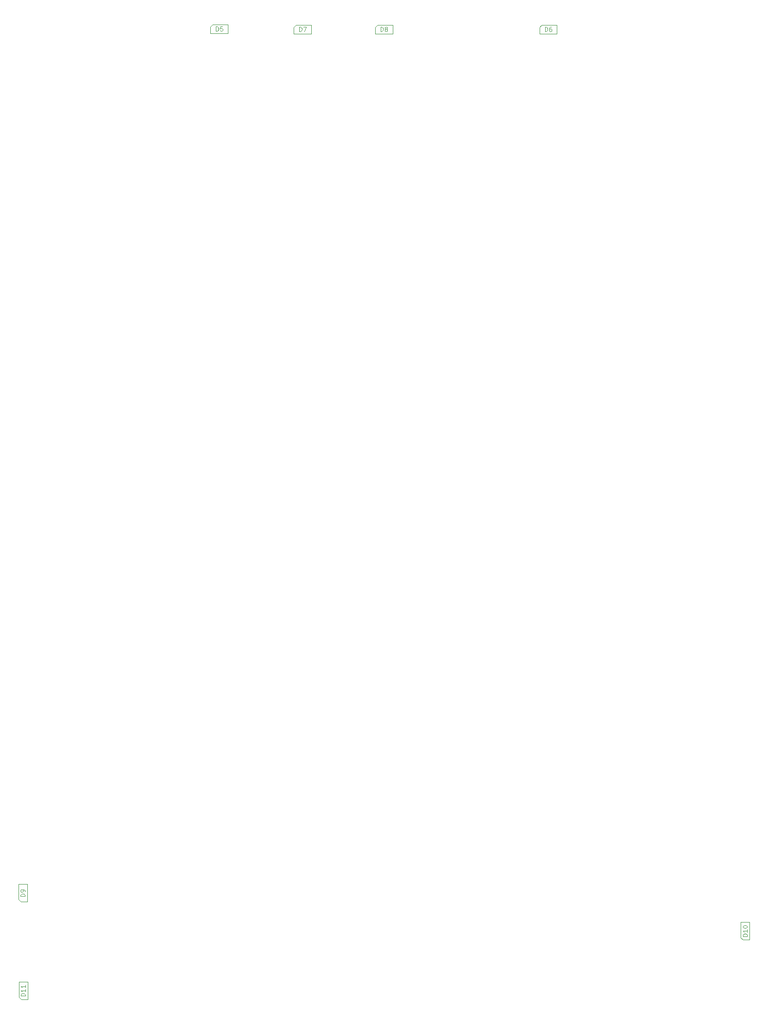
<source format=gbr>
%TF.GenerationSoftware,KiCad,Pcbnew,(5.1.10)-1*%
%TF.CreationDate,2022-01-05T11:20:31+00:00*%
%TF.ProjectId,opena3xx-mcdu,6f70656e-6133-4787-982d-6d6364752e6b,0.1*%
%TF.SameCoordinates,Original*%
%TF.FileFunction,Other,Fab,Top*%
%FSLAX46Y46*%
G04 Gerber Fmt 4.6, Leading zero omitted, Abs format (unit mm)*
G04 Created by KiCad (PCBNEW (5.1.10)-1) date 2022-01-05 11:20:31*
%MOMM*%
%LPD*%
G01*
G04 APERTURE LIST*
%ADD10C,0.100000*%
%ADD11C,0.120000*%
G04 APERTURE END LIST*
D10*
X39979000Y-203645000D02*
X38379000Y-203645000D01*
X39979000Y-206845000D02*
X39979000Y-203645000D01*
X38779000Y-206845000D02*
X39979000Y-206845000D01*
X38379000Y-206445000D02*
X38779000Y-206845000D01*
X38379000Y-203645000D02*
X38379000Y-206445000D01*
X171945000Y-192761000D02*
X170345000Y-192761000D01*
X171945000Y-195961000D02*
X171945000Y-192761000D01*
X170745000Y-195961000D02*
X171945000Y-195961000D01*
X170345000Y-195561000D02*
X170745000Y-195961000D01*
X170345000Y-192761000D02*
X170345000Y-195561000D01*
X39916000Y-185801000D02*
X38316000Y-185801000D01*
X39916000Y-189001000D02*
X39916000Y-185801000D01*
X38716000Y-189001000D02*
X39916000Y-189001000D01*
X38316000Y-188601000D02*
X38716000Y-189001000D01*
X38316000Y-185801000D02*
X38316000Y-188601000D01*
X106693000Y-30403700D02*
X106693000Y-28803700D01*
X103493000Y-30403700D02*
X106693000Y-30403700D01*
X103493000Y-29203700D02*
X103493000Y-30403700D01*
X103893000Y-28803700D02*
X103493000Y-29203700D01*
X106693000Y-28803700D02*
X103893000Y-28803700D01*
X91833000Y-30403700D02*
X91833000Y-28803700D01*
X88633000Y-30403700D02*
X91833000Y-30403700D01*
X88633000Y-29203700D02*
X88633000Y-30403700D01*
X89033000Y-28803700D02*
X88633000Y-29203700D01*
X91833000Y-28803700D02*
X89033000Y-28803700D01*
X136728000Y-30403700D02*
X136728000Y-28803700D01*
X133528000Y-30403700D02*
X136728000Y-30403700D01*
X133528000Y-29203700D02*
X133528000Y-30403700D01*
X133928000Y-28803700D02*
X133528000Y-29203700D01*
X136728000Y-28803700D02*
X133928000Y-28803700D01*
X76593000Y-30340200D02*
X76593000Y-28740200D01*
X73393000Y-30340200D02*
X76593000Y-30340200D01*
X73393000Y-29140200D02*
X73393000Y-30340200D01*
X73793000Y-28740200D02*
X73393000Y-29140200D01*
X76593000Y-28740200D02*
X73793000Y-28740200D01*
D11*
X39540904Y-206216428D02*
X38740904Y-206216428D01*
X38740904Y-206025952D01*
X38779000Y-205911666D01*
X38855190Y-205835476D01*
X38931380Y-205797380D01*
X39083761Y-205759285D01*
X39198047Y-205759285D01*
X39350428Y-205797380D01*
X39426619Y-205835476D01*
X39502809Y-205911666D01*
X39540904Y-206025952D01*
X39540904Y-206216428D01*
X39540904Y-204997380D02*
X39540904Y-205454523D01*
X39540904Y-205225952D02*
X38740904Y-205225952D01*
X38855190Y-205302142D01*
X38931380Y-205378333D01*
X38969476Y-205454523D01*
X39540904Y-204235476D02*
X39540904Y-204692619D01*
X39540904Y-204464047D02*
X38740904Y-204464047D01*
X38855190Y-204540238D01*
X38931380Y-204616428D01*
X38969476Y-204692619D01*
X171506904Y-195332428D02*
X170706904Y-195332428D01*
X170706904Y-195141952D01*
X170745000Y-195027666D01*
X170821190Y-194951476D01*
X170897380Y-194913380D01*
X171049761Y-194875285D01*
X171164047Y-194875285D01*
X171316428Y-194913380D01*
X171392619Y-194951476D01*
X171468809Y-195027666D01*
X171506904Y-195141952D01*
X171506904Y-195332428D01*
X171506904Y-194113380D02*
X171506904Y-194570523D01*
X171506904Y-194341952D02*
X170706904Y-194341952D01*
X170821190Y-194418142D01*
X170897380Y-194494333D01*
X170935476Y-194570523D01*
X170706904Y-193618142D02*
X170706904Y-193541952D01*
X170745000Y-193465761D01*
X170783095Y-193427666D01*
X170859285Y-193389571D01*
X171011666Y-193351476D01*
X171202142Y-193351476D01*
X171354523Y-193389571D01*
X171430714Y-193427666D01*
X171468809Y-193465761D01*
X171506904Y-193541952D01*
X171506904Y-193618142D01*
X171468809Y-193694333D01*
X171430714Y-193732428D01*
X171354523Y-193770523D01*
X171202142Y-193808619D01*
X171011666Y-193808619D01*
X170859285Y-193770523D01*
X170783095Y-193732428D01*
X170745000Y-193694333D01*
X170706904Y-193618142D01*
X39477904Y-187991476D02*
X38677904Y-187991476D01*
X38677904Y-187801000D01*
X38716000Y-187686714D01*
X38792190Y-187610523D01*
X38868380Y-187572428D01*
X39020761Y-187534333D01*
X39135047Y-187534333D01*
X39287428Y-187572428D01*
X39363619Y-187610523D01*
X39439809Y-187686714D01*
X39477904Y-187801000D01*
X39477904Y-187991476D01*
X39477904Y-187153380D02*
X39477904Y-187001000D01*
X39439809Y-186924809D01*
X39401714Y-186886714D01*
X39287428Y-186810523D01*
X39135047Y-186772428D01*
X38830285Y-186772428D01*
X38754095Y-186810523D01*
X38716000Y-186848619D01*
X38677904Y-186924809D01*
X38677904Y-187077190D01*
X38716000Y-187153380D01*
X38754095Y-187191476D01*
X38830285Y-187229571D01*
X39020761Y-187229571D01*
X39096952Y-187191476D01*
X39135047Y-187153380D01*
X39173142Y-187077190D01*
X39173142Y-186924809D01*
X39135047Y-186848619D01*
X39096952Y-186810523D01*
X39020761Y-186772428D01*
X104502523Y-29965604D02*
X104502523Y-29165604D01*
X104693000Y-29165604D01*
X104807285Y-29203700D01*
X104883476Y-29279890D01*
X104921571Y-29356080D01*
X104959666Y-29508461D01*
X104959666Y-29622747D01*
X104921571Y-29775128D01*
X104883476Y-29851319D01*
X104807285Y-29927509D01*
X104693000Y-29965604D01*
X104502523Y-29965604D01*
X105416809Y-29508461D02*
X105340619Y-29470366D01*
X105302523Y-29432271D01*
X105264428Y-29356080D01*
X105264428Y-29317985D01*
X105302523Y-29241795D01*
X105340619Y-29203700D01*
X105416809Y-29165604D01*
X105569190Y-29165604D01*
X105645380Y-29203700D01*
X105683476Y-29241795D01*
X105721571Y-29317985D01*
X105721571Y-29356080D01*
X105683476Y-29432271D01*
X105645380Y-29470366D01*
X105569190Y-29508461D01*
X105416809Y-29508461D01*
X105340619Y-29546557D01*
X105302523Y-29584652D01*
X105264428Y-29660842D01*
X105264428Y-29813223D01*
X105302523Y-29889414D01*
X105340619Y-29927509D01*
X105416809Y-29965604D01*
X105569190Y-29965604D01*
X105645380Y-29927509D01*
X105683476Y-29889414D01*
X105721571Y-29813223D01*
X105721571Y-29660842D01*
X105683476Y-29584652D01*
X105645380Y-29546557D01*
X105569190Y-29508461D01*
X89642523Y-29965604D02*
X89642523Y-29165604D01*
X89833000Y-29165604D01*
X89947285Y-29203700D01*
X90023476Y-29279890D01*
X90061571Y-29356080D01*
X90099666Y-29508461D01*
X90099666Y-29622747D01*
X90061571Y-29775128D01*
X90023476Y-29851319D01*
X89947285Y-29927509D01*
X89833000Y-29965604D01*
X89642523Y-29965604D01*
X90366333Y-29165604D02*
X90899666Y-29165604D01*
X90556809Y-29965604D01*
X134537523Y-29965604D02*
X134537523Y-29165604D01*
X134728000Y-29165604D01*
X134842285Y-29203700D01*
X134918476Y-29279890D01*
X134956571Y-29356080D01*
X134994666Y-29508461D01*
X134994666Y-29622747D01*
X134956571Y-29775128D01*
X134918476Y-29851319D01*
X134842285Y-29927509D01*
X134728000Y-29965604D01*
X134537523Y-29965604D01*
X135680380Y-29165604D02*
X135528000Y-29165604D01*
X135451809Y-29203700D01*
X135413714Y-29241795D01*
X135337523Y-29356080D01*
X135299428Y-29508461D01*
X135299428Y-29813223D01*
X135337523Y-29889414D01*
X135375619Y-29927509D01*
X135451809Y-29965604D01*
X135604190Y-29965604D01*
X135680380Y-29927509D01*
X135718476Y-29889414D01*
X135756571Y-29813223D01*
X135756571Y-29622747D01*
X135718476Y-29546557D01*
X135680380Y-29508461D01*
X135604190Y-29470366D01*
X135451809Y-29470366D01*
X135375619Y-29508461D01*
X135337523Y-29546557D01*
X135299428Y-29622747D01*
X74402523Y-29902104D02*
X74402523Y-29102104D01*
X74593000Y-29102104D01*
X74707285Y-29140200D01*
X74783476Y-29216390D01*
X74821571Y-29292580D01*
X74859666Y-29444961D01*
X74859666Y-29559247D01*
X74821571Y-29711628D01*
X74783476Y-29787819D01*
X74707285Y-29864009D01*
X74593000Y-29902104D01*
X74402523Y-29902104D01*
X75583476Y-29102104D02*
X75202523Y-29102104D01*
X75164428Y-29483057D01*
X75202523Y-29444961D01*
X75278714Y-29406866D01*
X75469190Y-29406866D01*
X75545380Y-29444961D01*
X75583476Y-29483057D01*
X75621571Y-29559247D01*
X75621571Y-29749723D01*
X75583476Y-29825914D01*
X75545380Y-29864009D01*
X75469190Y-29902104D01*
X75278714Y-29902104D01*
X75202523Y-29864009D01*
X75164428Y-29825914D01*
M02*

</source>
